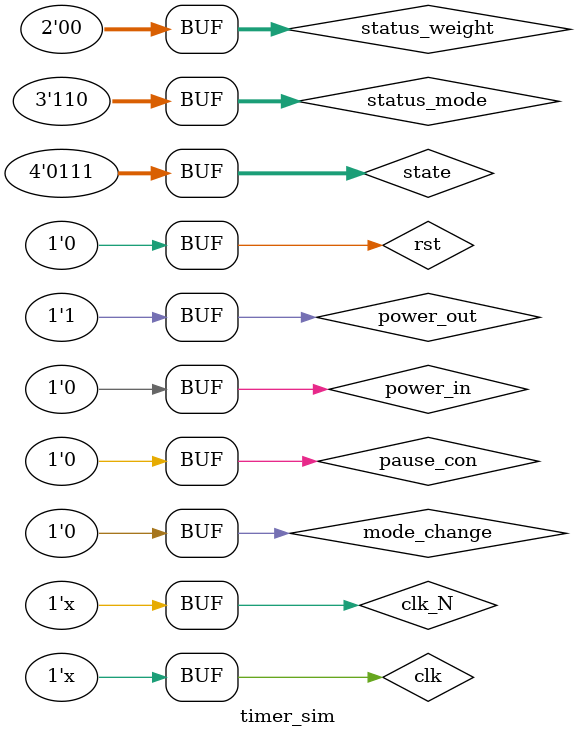
<source format=v>
`timescale 1ns / 1ps


module timer_sim(

    );
    //timerÖÐµÄÊäÈë
    reg rst;
    reg [3:0]state;
    reg [1:0]status_weight;
    reg [2:0]status_mode;
    reg pause_con,mode_change,power_in,power_out;
    //Ä£ÄâµÄ¹¤×÷Ê±ÖÓÓëÃëÊ±ÖÓ
    reg clk,clk_N;

    wire next_fin;//sign of shutdown
    wire timer_out;//sign of jumping state
    wire [13:0]timer_set;
    wire [13:0]water_line;

    initial begin
        rst=0;
        clk=0;
        clk_N=0;
        state=0;
        status_mode=0;
        status_weight=0;
        pause_con=0;//
        mode_change=0;//
        power_in=0;
        power_out=0;

        //ÔÚ·ÇSTART×´Ì¬ÏÂ³¢ÊÔÎªµ¹¼ÆÊ±¸³³õÖµ
        #7 state=4'b0001;
        status_mode=1;
        power_in=1;
        power_out=0;

        //Ìø×ªµ½START×´Ì¬£¬´ËÊ±ÄÜ¹»Îªµ¹¼ÆÊ±¸³³õÖµ
        #10 state=4'b0000;
        status_mode=1;
        power_in = 1;
        power_out = 0;

        //ÒÀ´Î¸ü»»Ï´ÒÂÄ£Ê½£¬µ¹¼ÆÊ±³õÖµ±ä»¯
        #10 status_mode=2;
        #10 status_mode=3;
        #10 status_mode=4;
        #10 status_mode=5;
        #10 status_mode=6;

        //µ¹¼ÆÊ±¿ªÊ¼£¬°´Ô¤¼ÆÊä³ötimer_outÂö³å
        #10 state=4'b0111;
        power_out=1;

        //ÔÝÍ£¼ÆÊ±
        #1500 power_out=0;
        #100 power_out=1;

        //½øÐÐFINISH×´Ì¬ÏÂµÄÊ®Ãëµ¹¼ÆÊ±£¬Ô¤¼ÆÊä³önext_finÂö³å
        #1500 power_in=0;
        power_out=1;

    end

    always @(*) begin
        #4  clk_N <= ~clk_N;
        #4  clk_N <= ~clk_N;
    end

    always @(*) begin
        #1  clk <= ~clk;
        #1  clk <= ~clk;
    end

    timer my_timer(rst,state,status_weight,status_mode,pause_con,mode_change,
      power_in,power_out,clk,clk_N,next_fin,timer_out,timer_set,water_line);

endmodule

</source>
